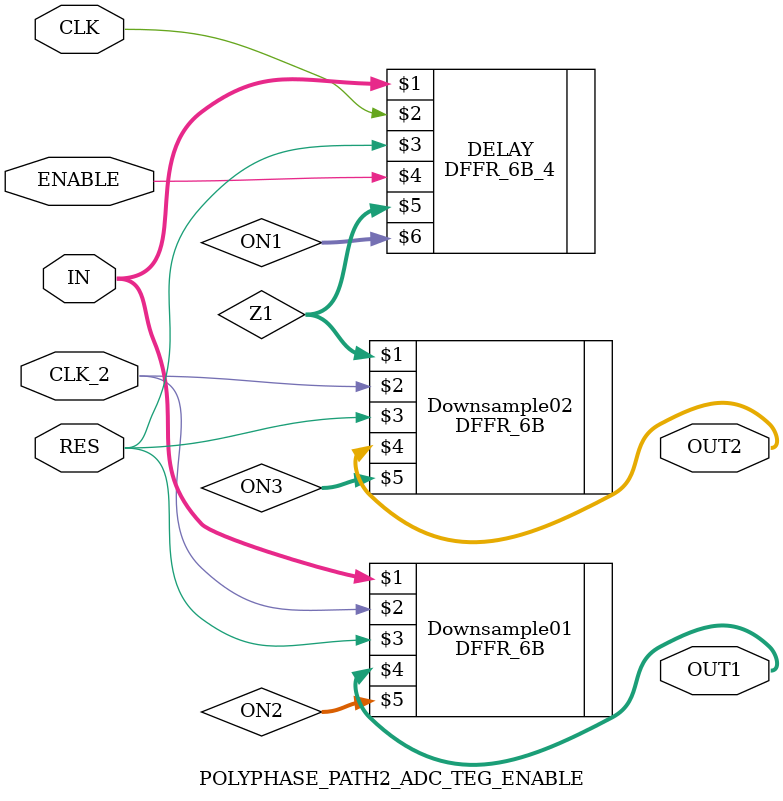
<source format=v>
module POLYPHASE_PATH2_ADC_TEG_ENABLE (CLK, CLK_2, RES, ENABLE, IN, OUT1, OUT2);

	 parameter BW = 6;

	 input CLK, CLK_2, RES, ENABLE;
	 input signed [BW-1:0] IN;
	 output signed [BW-1:0] OUT1, OUT2;

	 wire signed [BW-1:0] Z1;
	 wire signed [BW-1:0] ON1, ON2, ON3;

	DFFR_6B_4  DELAY (IN, CLK, RES, ENABLE, Z1, ON1);
       DFFR_6B  Downsample01 (IN, CLK_2, RES, OUT1, ON2),
		  Downsample02 (Z1, CLK_2, RES, OUT2, ON3);
	
endmodule

</source>
